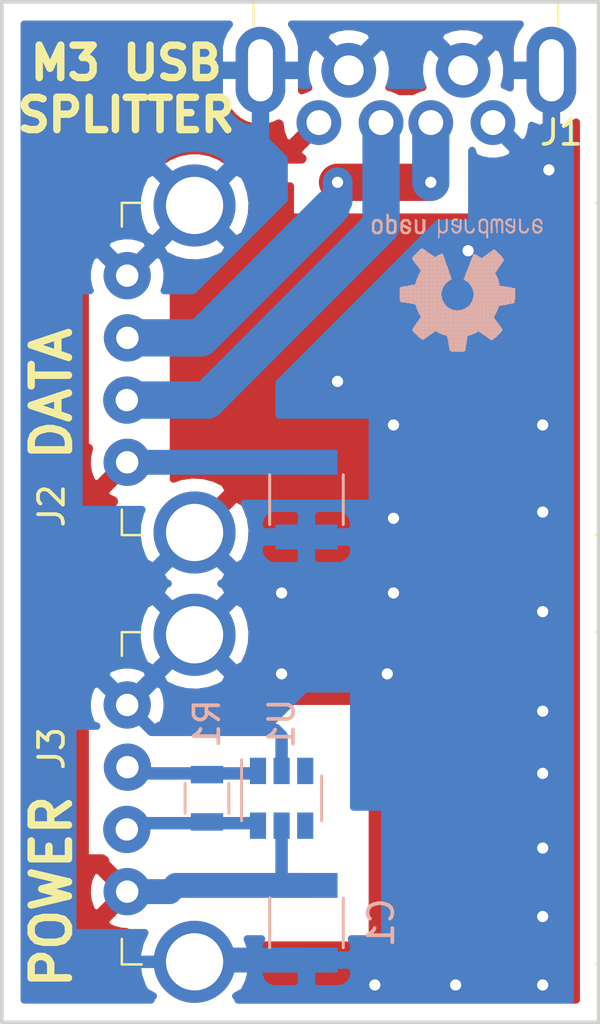
<source format=kicad_pcb>
(kicad_pcb (version 20171130) (host pcbnew "(5.0.0)")
  (title_block (title "M3 USB Splitter") (date 2018-10-08) (rev 0) (company "Open Hardware") (comment 1 "Splits Model 3 USB port into DATA/POWER") (comment 2 "for use with dashcam feature while preserving the charging port capability"))
  (layers (0 F.Cu signal hide) (31 B.Cu signal hide) (34 B.Paste user hide) (35 F.Paste user hide) (36 B.SilkS user hide) (37 F.SilkS user) (38 B.Mask user hide) (39 F.Mask user hide) (44 Edge.Cuts user))
  (net 0 "")
  (net 1 GND)
  (net 2 VBUS)
  (net 3 "Net-(J1-Pad3)")
  (net 4 "Net-(J1-Pad2)")
  (net 5 "Net-(J3-Pad3)")
  (net 6 "Net-(J3-Pad2)")
  (net 7 "Net-(U1-Pad4)")
  (net 8 "Net-(U1-Pad3)")
  (module digikey-footprints:USB_A_Female_UE27AC54100 (layer F.Cu) (at 110.5 131.5 90)
    (fp_text reference J3 (at 2 -5.75 90) (layer F.SilkS))
    (fp_text value UE27AC54100)
    (pad 4 thru_hole circle (at 3.75 -2.71 90) (size 1.9 1.9) (drill 0.9) (layers *.Cu *.Mask) (net 1 GND))
    (pad 3 thru_hole circle (at 1.25 -2.7 90) (size 1.9 1.9) (drill 0.9) (layers *.Cu *.Mask) (net 5 "Net-(J3-Pad3)"))
    (pad 2 thru_hole circle (at -1.25 -2.725 90) (size 1.9 1.9) (drill 0.9) (layers *.Cu *.Mask) (net 6 "Net-(J3-Pad2)"))
    (pad 1 thru_hole circle (at -3.75 -2.71 90) (size 1.9 1.9) (drill 0.9) (layers *.Cu *.Mask) (net 2 VBUS))
    (pad 5 thru_hole circle (at 6.57 0 90) (size 3.3 3.3) (drill 2.3) (layers *.Cu *.Mask) (net 1 GND))
    (pad 5 thru_hole circle (at -6.57 0 90) (size 3.3 3.3) (drill 2.3) (layers *.Cu *.Mask) (net 1 GND))
  )
  (module digikey-footprints:USB_Male_A_UP2-AH-1-TH (layer F.Cu) (at 119 102.25 180)
    (fp_text reference J1 (at -6.25 -2.5 180) (layer F.SilkS))
    (fp_text value UP2-AH-1-TH)
    (pad 5 thru_hole oval (at -5.85 0 180) (size 2 3.5) (drill oval 1 2.5) (layers *.Cu *.Mask) (net 1 GND))
    (pad 5 thru_hole oval (at 5.85 0 180) (size 2 3.5) (drill oval 1 2.5) (layers *.Cu *.Mask) (net 1 GND))
    (pad 5 thru_hole circle (at -2.3 0 180) (size 2.2 2.2) (drill 1.2) (layers *.Cu *.Mask) (net 1 GND))
    (pad 5 thru_hole circle (at 2.3 0 180) (size 2.2 2.2) (drill 1.2) (layers *.Cu *.Mask) (net 1 GND))
    (pad 4 thru_hole circle (at -3.5 -2.1 180) (size 1.8 1.8) (drill 1) (layers *.Cu *.Mask) (net 1 GND))
    (pad 3 thru_hole circle (at -1 -2.1 180) (size 1.8 1.8) (drill 1) (layers *.Cu *.Mask) (net 3 "Net-(J1-Pad3)"))
    (pad 2 thru_hole circle (at 1 -2.1 180) (size 1.8 1.8) (drill 1) (layers *.Cu *.Mask) (net 4 "Net-(J1-Pad2)"))
    (pad 1 thru_hole circle (at 3.5 -2.1 180) (size 1.8 1.8) (drill 1) (layers *.Cu *.Mask) (net 2 VBUS))
  )
  (module digikey-footprints:USB_A_Female_UE27AC54100 (layer F.Cu) (at 110.5 114.25 90)
    (fp_text reference J2 (at -5.5 -5.75 90) (layer F.SilkS))
    (fp_text value UE27AC54100)
    (pad 5 thru_hole circle (at -6.57 0 90) (size 3.3 3.3) (drill 2.3) (layers *.Cu *.Mask) (net 1 GND))
    (pad 5 thru_hole circle (at 6.57 0 90) (size 3.3 3.3) (drill 2.3) (layers *.Cu *.Mask) (net 1 GND))
    (pad 1 thru_hole circle (at -3.75 -2.71 90) (size 1.9 1.9) (drill 0.9) (layers *.Cu *.Mask) (net 2 VBUS))
    (pad 2 thru_hole circle (at -1.25 -2.725 90) (size 1.9 1.9) (drill 0.9) (layers *.Cu *.Mask) (net 4 "Net-(J1-Pad2)"))
    (pad 3 thru_hole circle (at 1.25 -2.7 90) (size 1.9 1.9) (drill 0.9) (layers *.Cu *.Mask) (net 3 "Net-(J1-Pad3)"))
    (pad 4 thru_hole circle (at 3.75 -2.71 90) (size 1.9 1.9) (drill 0.9) (layers *.Cu *.Mask) (net 1 GND))
  )
  (module Resistors_SMD:R_0805 (layer B.Cu) (at 111 131.5 270)
    (fp_text reference R1 (at -3 0 270) (layer B.SilkS) (effects (justify mirror)))
    (fp_text value 0R)
    (pad 2 smd rect (at 0.95 0 270) (size 0.7 1.3) (layers B.Cu B.Paste B.Mask) (net 6 "Net-(J3-Pad2)"))
    (pad 1 smd rect (at -0.95 0 270) (size 0.7 1.3) (layers B.Cu B.Paste B.Mask) (net 5 "Net-(J3-Pad3)"))
  )
  (module TO_SOT_Packages_SMD:SOT-23-6 (layer B.Cu) (at 114 131.5 270)
    (fp_text reference U1 (at -3 0 270) (layer B.SilkS) (effects (justify mirror)))
    (fp_text value TPS2514A)
    (pad 5 smd rect (at 1.1 0 270) (size 1.06 0.65) (layers B.Cu B.Paste B.Mask) (net 2 VBUS))
    (pad 6 smd rect (at 1.1 0.95 270) (size 1.06 0.65) (layers B.Cu B.Paste B.Mask) (net 6 "Net-(J3-Pad2)"))
    (pad 4 smd rect (at 1.1 -0.95 270) (size 1.06 0.65) (layers B.Cu B.Paste B.Mask) (net 7 "Net-(U1-Pad4)"))
    (pad 3 smd rect (at -1.1 -0.95 270) (size 1.06 0.65) (layers B.Cu B.Paste B.Mask) (net 8 "Net-(U1-Pad3)"))
    (pad 2 smd rect (at -1.1 0 270) (size 1.06 0.65) (layers B.Cu B.Paste B.Mask) (net 1 GND))
    (pad 1 smd rect (at -1.1 0.95 270) (size 1.06 0.65) (layers B.Cu B.Paste B.Mask) (net 5 "Net-(J3-Pad3)"))
  )
  (module Capacitors_SMD:C_1210 (layer B.Cu) (at 115 119.5 270)
    (fp_text reference C2 hide)
    (fp_text value 10uF)
    (pad 2 smd rect (at 1.5 0 270) (size 1 2.5) (layers B.Cu B.Paste B.Mask) (net 1 GND))
    (pad 1 smd rect (at -1.5 0 270) (size 1 2.5) (layers B.Cu B.Paste B.Mask) (net 2 VBUS))
  )
  (module Capacitors_SMD:C_1210 (layer B.Cu) (at 115 136.5 270)
    (fp_text reference C1 (at 0 -3 270) (layer B.SilkS) (effects (justify mirror)))
    (fp_text value 10uF)
    (pad 2 smd rect (at 1.5 0 270) (size 1 2.5) (layers B.Cu B.Paste B.Mask) (net 1 GND))
    (pad 1 smd rect (at -1.5 0 270) (size 1 2.5) (layers B.Cu B.Paste B.Mask) (net 2 VBUS))
  )
  (module OPENHARDWARE:OSHWLOGO0.3IN (layer B.Cu) (at 117.25 114.5)
    (fp_text reference G*** hide)
    (fp_text value LOGO hide)
  )
  (gr_text "M3 USB\nSPLITTER" (at 107.75 103) (layer F.SilkS) (effects (font (size 1.3 1.3) (thickness 0.3))))
  (gr_text POWER (at 104.75 135.25 90) (layer F.SilkS) (effects (font (size 1.5 1.5) (thickness 0.3))))
  (gr_text DATA (at 104.75 115.25 90) (layer F.SilkS) (effects (font (size 1.5 1.5) (thickness 0.3))))
  (gr_line (start 126.75 140.5) (end 126.75 99.5) (angle 90) (layer Edge.Cuts) (width 0.15))
  (gr_line (start 102.75 140.5) (end 126.75 140.5) (angle 90) (layer Edge.Cuts) (width 0.15))
  (gr_line (start 102.75 99.5) (end 102.75 140.5) (angle 90) (layer Edge.Cuts) (width 0.15))
  (gr_line (start 105.75 99.5) (end 102.75 99.5) (angle 90) (layer Edge.Cuts) (width 0.15))
  (gr_line (start 126.75 99.5) (end 105.75 99.5) (angle 90) (layer Edge.Cuts) (width 0.15))
  (segment (start 114 130.4) (end 114 129) (width 0.5) (layer B.Cu) (net 1))
  (segment (start 108.79 128.75) (end 107.79 127.75) (width 0.5) (layer B.Cu) (net 1))
  (segment (start 113.75 128.75) (end 108.79 128.75) (width 0.5) (layer B.Cu) (net 1))
  (segment (start 114 129) (end 113.75 128.75) (width 0.5) (layer B.Cu) (net 1))
  (segment (start 116 114.75) (end 116.25 114.75) (width 1) (layer F.Cu) (net 1))
  (via (at 124.75 106.25) (size 1.1) (drill 0.45) (layers F.Cu B.Cu) (net 1))
  (segment (start 121.5 109.5) (end 124.75 106.25) (width 1) (layer F.Cu) (net 1))
  (via (at 121.5 109.5) (size 1.1) (drill 0.45) (layers F.Cu B.Cu) (net 1))
  (segment (start 116.25 114.75) (end 121.5 109.5) (width 1) (layer B.Cu) (net 1))
  (via (at 116.25 114.75) (size 1.1) (drill 0.45) (layers F.Cu B.Cu) (net 1))
  (segment (start 110.5 138) (end 114.93 138) (width 1) (layer B.Cu) (net 1))
  (via (at 117.75 139) (size 1.1) (drill 0.45) (layers F.Cu B.Cu) (net 1))
  (via (at 118.25 126.5) (size 1.1) (drill 0.45) (layers F.Cu B.Cu) (net 1))
  (segment (start 118.25 126.5) (end 114 126.5) (width 0.5) (layer B.Cu) (net 1))
  (via (at 114 126.5) (size 1.1) (drill 0.45) (layers F.Cu B.Cu) (net 1))
  (segment (start 114 123.25) (end 114 126.5) (width 0.5) (layer F.Cu) (net 1))
  (via (at 114 123.25) (size 1.1) (drill 0.45) (layers F.Cu B.Cu) (net 1))
  (segment (start 118.5 123.25) (end 114 123.25) (width 0.5) (layer B.Cu) (net 1))
  (via (at 118.5 123.25) (size 1.1) (drill 0.45) (layers F.Cu B.Cu) (net 1))
  (segment (start 118.5 120.25) (end 118.5 123.25) (width 0.5) (layer F.Cu) (net 1))
  (via (at 118.5 120.25) (size 1.1) (drill 0.45) (layers F.Cu B.Cu) (net 1))
  (segment (start 118.5 116.5) (end 118.5 120.25) (width 0.5) (layer B.Cu) (net 1))
  (via (at 118.5 116.5) (size 1.1) (drill 0.45) (layers F.Cu B.Cu) (net 1))
  (segment (start 124.5 116.5) (end 118.5 116.5) (width 0.5) (layer F.Cu) (net 1))
  (via (at 124.5 116.5) (size 1.1) (drill 0.45) (layers F.Cu B.Cu) (net 1))
  (segment (start 124.5 120) (end 124.5 116.5) (width 0.5) (layer B.Cu) (net 1))
  (via (at 124.5 120) (size 1.1) (drill 0.45) (layers F.Cu B.Cu) (net 1))
  (segment (start 124.5 124) (end 124.5 120) (width 0.5) (layer F.Cu) (net 1))
  (via (at 124.5 124) (size 1.1) (drill 0.45) (layers F.Cu B.Cu) (net 1))
  (segment (start 124.5 128) (end 124.5 124) (width 0.5) (layer B.Cu) (net 1))
  (via (at 124.5 128) (size 1.1) (drill 0.45) (layers F.Cu B.Cu) (net 1))
  (segment (start 124.5 130.5) (end 124.5 128) (width 0.5) (layer F.Cu) (net 1))
  (via (at 124.5 130.5) (size 1.1) (drill 0.45) (layers F.Cu B.Cu) (net 1))
  (segment (start 124.5 133.5) (end 124.5 130.5) (width 0.5) (layer B.Cu) (net 1))
  (via (at 124.5 133.5) (size 1.1) (drill 0.45) (layers F.Cu B.Cu) (net 1))
  (segment (start 124.5 136.25) (end 124.5 133.5) (width 0.5) (layer F.Cu) (net 1))
  (via (at 124.5 136.25) (size 1.1) (drill 0.45) (layers F.Cu B.Cu) (net 1))
  (segment (start 124.5 139) (end 124.5 136.25) (width 0.5) (layer B.Cu) (net 1))
  (via (at 124.5 139) (size 1.1) (drill 0.45) (layers F.Cu B.Cu) (net 1))
  (segment (start 121 139) (end 124.5 139) (width 0.5) (layer F.Cu) (net 1))
  (via (at 121 139) (size 1.1) (drill 0.45) (layers F.Cu B.Cu) (net 1))
  (segment (start 121 139) (end 117.75 139) (width 0.5) (layer B.Cu) (net 1))
  (segment (start 110.5 138.07) (end 107.18 138.07) (width 0.5) (layer B.Cu) (net 1))
  (segment (start 107.18 138.07) (end 107 138.25) (width 0.5) (layer B.Cu) (net 1))
  (segment (start 107.79 118) (end 115 118) (width 1) (layer B.Cu) (net 2))
  (segment (start 107.79 135.25) (end 109.5 135.25) (width 1) (layer B.Cu) (net 2))
  (segment (start 109.75 135) (end 115 135) (width 1) (layer B.Cu) (net 2))
  (segment (start 109.5 135.25) (end 109.75 135) (width 1) (layer B.Cu) (net 2))
  (segment (start 114 132.6) (end 114 135) (width 0.5) (layer B.Cu) (net 2))
  (segment (start 114 135) (end 115 135) (width 0.5) (layer B.Cu) (net 2))
  (segment (start 120 106.75) (end 120 104.35) (width 1.5) (layer B.Cu) (net 3))
  (via (at 120 106.75) (size 1.1) (drill 0.45) (layers F.Cu B.Cu) (net 3))
  (segment (start 116.25 106.75) (end 120 106.75) (width 1.5) (layer F.Cu) (net 3))
  (via (at 116.25 106.75) (size 1.1) (drill 0.45) (layers F.Cu B.Cu) (net 3))
  (segment (start 116.25 107.5) (end 116.25 106.75) (width 1.2) (layer B.Cu) (net 3))
  (segment (start 110.75 113) (end 116 107.75) (width 1.5) (layer B.Cu) (net 3))
  (segment (start 107.8 113) (end 110.75 113) (width 1.5) (layer B.Cu) (net 3))
  (segment (start 118 104.35) (end 118 108.5) (width 1.5) (layer B.Cu) (net 4))
  (segment (start 111 115.5) (end 107.775 115.5) (width 1.5) (layer B.Cu) (net 4))
  (segment (start 118 108.5) (end 111 115.5) (width 1.5) (layer B.Cu) (net 4))
  (segment (start 107.8 130.5) (end 110.7 130.5) (width 0.5) (layer B.Cu) (net 5))
  (segment (start 110.85 130.5) (end 113.05 130.5) (width 0.5) (layer B.Cu) (net 5))
  (segment (start 107.775 132.5) (end 110.7 132.5) (width 0.5) (layer B.Cu) (net 6))
  (segment (start 110.85 132.5) (end 113.05 132.5) (width 0.5) (layer B.Cu) (net 6))
  (zone (net 2) (net_name VBUS) (layer F.Cu) (connect_pads (clearance 0.4)) (min_thickness 0.4) (fill yes (arc_segments 32) (thermal_gap 0.508) (thermal_bridge_width 0.7))
    (polygon (pts (xy 111 103.75) (xy 115.75 103.75) (xy 115.75 106) (xy 106.25 106) (xy 106.25 116.5) (xy 106.25 117.25) (xy 107.75 117) (xy 109 117) (xy 109 118.5) (xy 108.75 119) (xy 107.5 119.5) (xy 106.25 121.5) (xy 106.25 133.75) (xy 108.75 133.75) (xy 108.25 136) (xy 107.5 138.25) (xy 103.5 138.25) (xy 103.5 102) (xy 111 102)))
  )
  (zone (net 1) (net_name GND) (layer B.Cu) (connect_pads (clearance 0.4)) (min_thickness 0.3) (fill yes (arc_segments 32) (thermal_gap 0.508) (thermal_bridge_width 0.7))
    (polygon (pts (xy 125.75 139.75) (xy 103.5 139.75) (xy 103.5 100.25) (xy 125.75 100.25)))
    (polygon (pts (xy 115 127.25) (xy 113.5 128.75) (xy 108.79 128.75) (xy 108.382353 128.617647) (xy 108.25 128.75) (xy 105.75 128.75) (xy 105.75 136.75) (xy 112 136.75) (xy 112 137) (xy 118 137) (xy 118 132) (xy 116.75 132) (xy 116.75 127.25)))
    (polygon (pts (xy 113.5 103) (xy 113.5 105) (xy 114.25 105.75) (xy 114.25 107.5) (xy 110.5 111.25) (xy 106 111.25) (xy 106 119.75) (xy 109.25 119.75) (xy 109.25 119.5) (xy 117.5 119.5) (xy 117.5 116.25) (xy 113.75 116.25) (xy 113.75 114.75) (xy 120.25 108.25) (xy 121.5 108.25) (xy 121.5 103)))
  )
  (zone (net 1) (net_name GND) (layer F.Cu) (connect_pads (clearance 0.4)) (min_thickness 0.3) (fill yes (arc_segments 32) (thermal_gap 0.508) (thermal_bridge_width 0.7))
    (polygon (pts (xy 126 139.75) (xy 109.25 139.75) (xy 110.25 137.25) (xy 117.5 137.25) (xy 117.5 127.75) (xy 109.5 127.75) (xy 109.5 120) (xy 109.5 116) (xy 109.5 116) (xy 109.5 111.25) (xy 107.25 111.25) (xy 107.25 106.75) (xy 114.5 106.75) (xy 114.5 108) (xy 122 108) (xy 122 103.25) (xy 112.25 103.25) (xy 112.25 100.25) (xy 126 100.25)))
  )
)
</source>
